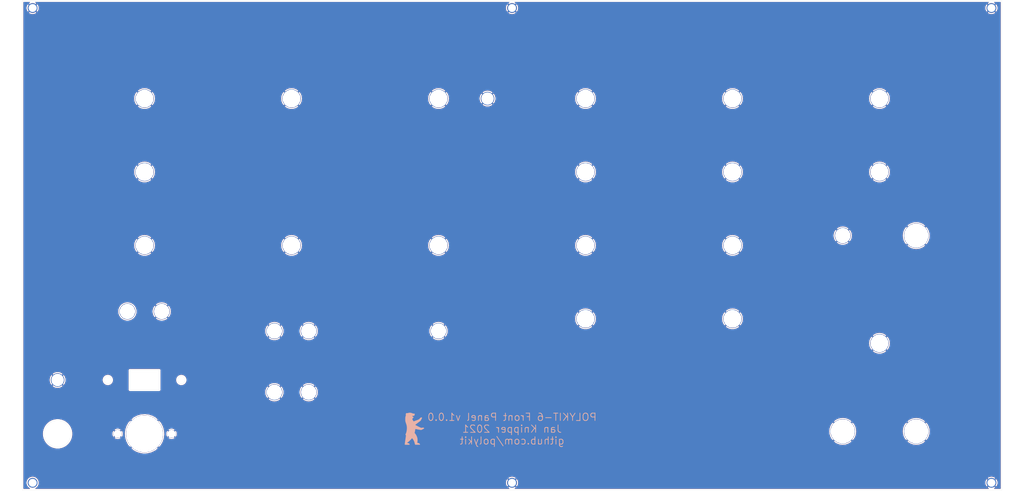
<source format=kicad_pcb>
(kicad_pcb (version 20171130) (host pcbnew 5.99.0+really5.1.10+dfsg1-1)
  (title_block (title "Polykit-6 Front Panel") (date 2021-11-20) (rev v1.0.0) (company "Jan Knipper") (comment 1 github.com/polykit))
  (layers (0 F.Cu signal) (31 B.Cu signal) (34 B.Paste user) (35 F.Paste user) (36 B.SilkS user) (37 F.SilkS user) (38 B.Mask user) (39 F.Mask user) (44 Edge.Cuts user))
  (net 0 "")
  (net 1 GND)
  (module Polykit:Switch-Hole-6mm (layer F.Cu) (at -92 152)
    (fp_text reference REF** (at 0 0.5) (layer F.SilkS))
    (fp_text value Switch-Hole-6mm)
    (pad 1 thru_hole circle (at 0 0) (size 6.5 6.5) (drill 6.2) (layers *.Cu *.Mask))
  )
  (module Polykit:Switch-Hole-6mm (layer F.Cu) (at -32 185)
    (fp_text reference REF** (at 0 0.5) (layer F.SilkS))
    (fp_text value Switch-Hole-6mm)
    (pad 1 thru_hole circle (at 0 0) (size 6.5 6.5) (drill 6.2) (layers *.Cu *.Mask) (net 1 GND))
  )
  (module Polykit:Switch-Hole-6mm (layer F.Cu) (at -32 160)
    (fp_text reference REF** (at 0 0.5) (layer F.SilkS))
    (fp_text value Switch-Hole-6mm)
    (pad 1 thru_hole circle (at 0 0) (size 6.5 6.5) (drill 6.2) (layers *.Cu *.Mask) (net 1 GND))
  )
  (module Polykit:Potentiometer-Scale (layer F.Cu) (at 155 125)
    (fp_text reference REF** (at 0 0.5) (layer F.SilkS))
    (fp_text value Potentiometer-Scale)
    (pad 1 thru_hole circle (at 0 0) (size 7.5 7.5) (drill 7.2) (layers *.Cu *.Mask) (net 1 GND))
  )
  (module Polykit:Potentiometer-Scale (layer F.Cu) (at 155 65)
    (fp_text reference REF** (at 0 0.5) (layer F.SilkS))
    (fp_text value Potentiometer-Scale)
    (pad 1 thru_hole circle (at 0 0) (size 7.5 7.5) (drill 7.2) (layers *.Cu *.Mask) (net 1 GND))
  )
  (module Polykit:Potentiometer-Scale (layer F.Cu) (at 155 95)
    (fp_text reference REF** (at 0 0.5) (layer F.SilkS))
    (fp_text value Potentiometer-Scale)
    (pad 1 thru_hole circle (at 0 0) (size 7.5 7.5) (drill 7.2) (layers *.Cu *.Mask) (net 1 GND))
  )
  (module Polykit:Potentiometer-Scale (layer F.Cu) (at 155 155)
    (fp_text reference REF** (at 0 0.5) (layer F.SilkS))
    (fp_text value Potentiometer-Scale)
    (pad 1 thru_hole circle (at 0 0) (size 7.5 7.5) (drill 7.2) (layers *.Cu *.Mask) (net 1 GND))
  )
  (module Polykit:bär (layer B.Cu) (at 25 200 180)
    (fp_text reference G*** hide)
    (fp_text value LOGO hide)
    (fp_poly (pts (xy 2.235287 6.585203) (xy 2.393556 6.522965) (xy 2.573386 6.452737) (xy 2.73015 6.465902) (xy 2.764541 6.477872) (xy 2.979765 6.501811) (xy 3.172081 6.424348) (xy 3.317726 6.271079) (xy 3.392936 6.067599) (xy 3.373949 5.839504) (xy 3.369519 5.826237) (xy 3.338292 5.692394) (xy 3.346405 5.545887) (xy 3.398833 5.3455) (xy 3.443839 5.21043) (xy 3.506867 5.007532) (xy 3.548753 4.809334) (xy 3.573445 4.581623) (xy 3.584893 4.290189) (xy 3.587161 3.96875) (xy 3.585244 3.624005) (xy 3.575528 3.365748) (xy 3.551203 3.153471) (xy 3.50546 2.946666) (xy 3.431491 2.704826) (xy 3.322486 2.387441) (xy 3.320323 2.38125) (xy 3.209585 2.04904) (xy 3.109139 1.720061) (xy 3.030575 1.433965) (xy 2.987537 1.242463) (xy 2.925115 0.650284) (xy 2.93058 0.008786) (xy 2.99935 -0.642512) (xy 3.126841 -1.264094) (xy 3.308471 -1.816443) (xy 3.354726 -1.923615) (xy 3.453232 -2.144802) (xy 3.503007 -2.282012) (xy 3.508111 -2.366772) (xy 3.472602 -2.430615) (xy 3.426259 -2.47924) (xy 3.333125 -2.598338) (xy 3.300246 -2.682875) (xy 3.309076 -2.764272) (xy 3.334878 -2.954284) (xy 3.375195 -3.236018) (xy 3.427572 -3.592584) (xy 3.489552 -4.007091) (xy 3.558679 -4.462648) (xy 3.566101 -4.511186) (xy 3.634532 -4.971651) (xy 3.693518 -5.394512) (xy 3.740961 -5.762535) (xy 3.774766 -6.058487) (xy 3.792834 -6.265133) (xy 3.793069 -6.365241) (xy 3.792097 -6.368561) (xy 3.763426 -6.410097) (xy 3.70179 -6.439582) (xy 3.588233 -6.459014) (xy 3.403799 -6.470395) (xy 3.129532 -6.475722) (xy 2.764242 -6.477) (xy 2.389382 -6.475909) (xy 2.123181 -6.47124) (xy 1.947309 -6.460894) (xy 1.843434 -6.442773) (xy 1.793225 -6.41478) (xy 1.77835 -6.374815) (xy 1.778 -6.364129) (xy 1.838945 -6.150528) (xy 2.016656 -5.968282) (xy 2.303445 -5.823439) (xy 2.560355 -5.748593) (xy 2.866461 -5.678781) (xy 2.52367 -5.442692) (xy 2.281219 -5.257396) (xy 1.988216 -5.006025) (xy 1.676877 -4.71883) (xy 1.379421 -4.426057) (xy 1.128066 -4.157955) (xy 1.021367 -4.03225) (xy 0.817031 -3.77825) (xy 0.564908 -4.064) (xy 0.312586 -4.40779) (xy 0.079042 -4.83221) (xy -0.113019 -5.290951) (xy -0.229 -5.68325) (xy -0.286899 -5.930034) (xy -0.340252 -6.147391) (xy -0.377022 -6.2865) (xy -0.4232 -6.44525) (xy -1.44985 -6.462697) (xy -1.886276 -6.466401) (xy -2.199895 -6.46042) (xy -2.394547 -6.444564) (xy -2.474069 -6.418644) (xy -2.4765 -6.411919) (xy -2.418048 -6.209832) (xy -2.261928 -6.01803) (xy -2.036999 -5.857778) (xy -1.772118 -5.750344) (xy -1.532668 -5.716394) (xy -1.389569 -5.70679) (xy -1.340822 -5.655001) (xy -1.353833 -5.522622) (xy -1.356345 -5.508625) (xy -1.428902 -4.937412) (xy -1.442943 -4.378901) (xy -1.398165 -3.875603) (xy -1.369115 -3.722939) (xy -1.238447 -3.280734) (xy -1.047054 -2.820645) (xy -0.81655 -2.387055) (xy -0.568549 -2.024346) (xy -0.504825 -1.948213) (xy -0.245181 -1.653242) (xy -0.343135 -1.159996) (xy -0.398006 -0.866687) (xy -0.448214 -0.569234) (xy -0.483011 -0.331373) (xy -0.483346 -0.328699) (xy -0.511471 -0.134645) (xy -0.545499 -0.039513) (xy -0.604648 -0.015927) (xy -0.691426 -0.032283) (xy -0.914886 -0.084342) (xy -1.205928 -0.146398) (xy -1.537658 -0.213371) (xy -1.883185 -0.280183) (xy -2.215616 -0.341757) (xy -2.508057 -0.393015) (xy -2.733617 -0.428877) (xy -2.865402 -0.444267) (xy -2.874464 -0.4445) (xy -2.995913 -0.412967) (xy -3.191111 -0.329885) (xy -3.428229 -0.212526) (xy -3.675439 -0.078165) (xy -3.900911 0.055927) (xy -4.072816 0.172476) (xy -4.158079 0.252105) (xy -4.136531 0.323479) (xy -4.039308 0.427304) (xy -4.016981 0.445608) (xy -3.92013 0.511754) (xy -3.817277 0.547798) (xy -3.680416 0.554435) (xy -3.481539 0.532356) (xy -3.192638 0.482252) (xy -3.116 0.467874) (xy -3.029071 0.460293) (xy -2.925577 0.473751) (xy -2.788745 0.514824) (xy -2.601799 0.590086) (xy -2.347967 0.706112) (xy -2.010475 0.869476) (xy -1.703125 1.021663) (xy -1.34788 1.200309) (xy -1.034647 1.361293) (xy -0.780097 1.495758) (xy -0.600902 1.59485) (xy -0.513735 1.649712) (xy -0.508 1.656475) (xy -0.556354 1.704779) (xy -0.691751 1.817838) (xy -0.899692 1.984127) (xy -1.16568 2.192122) (xy -1.475217 2.430299) (xy -1.623997 2.543604) (xy -2.739994 3.390836) (xy -3.020997 3.968472) (xy -3.139635 4.219536) (xy -3.233505 4.431872) (xy -3.290486 4.577264) (xy -3.302 4.622554) (xy -3.241975 4.674061) (xy -3.071164 4.697813) (xy -3.007278 4.699) (xy -2.805181 4.684723) (xy -2.666666 4.623963) (xy -2.532278 4.492625) (xy -2.365845 4.302893) (xy -2.195701 4.11006) (xy -2.176125 4.087974) (xy -2.082497 4.002368) (xy -1.944701 3.91449) (xy -1.74516 3.815964) (xy -1.466301 3.698416) (xy -1.090548 3.553472) (xy -0.924973 3.491788) (xy 0.150304 3.093879) (xy 0.300885 3.277315) (xy 0.484927 3.537665) (xy 0.617964 3.79796) (xy 0.683899 4.023242) (xy 0.686377 4.114499) (xy 0.614163 4.275434) (xy 0.428453 4.441467) (xy 0.396875 4.463121) (xy 0.205563 4.614616) (xy 0.135987 4.731744) (xy 0.187877 4.815406) (xy 0.281309 4.850962) (xy 0.488415 4.951637) (xy 0.611904 5.114227) (xy 0.635 5.233503) (xy 0.61672 5.33136) (xy 0.537265 5.366182) (xy 0.42123 5.364956) (xy 0.251408 5.342682) (xy 0.134197 5.306619) (xy 0.131255 5.30488) (xy 0.034681 5.315118) (xy -0.08906 5.441029) (xy -0.184199 5.588) (xy -0.229245 5.709235) (xy -0.273189 5.892968) (xy -0.28302 5.947574) (xy -0.326788 6.211897) (xy 0.106481 6.2556) (xy 0.480498 6.323862) (xy 0.831166 6.441172) (xy 0.889 6.467526) (xy 1.204052 6.576555) (xy 1.562075 6.633565) (xy 1.920132 6.636975) (xy 2.235287 6.585203)) (layer B.SilkS) (width 0.01))
  )
  (module Kosmo_panel:Kosmo_LED_Hole (layer F.Cu) (at -120.5 180)
    (fp_text reference REF** hide)
    (fp_text value Kosmo_LED_Hole)
    (pad 1 thru_hole circle (at 0 0) (size 5.5 5.5) (drill 5) (layers *.Cu *.Mask) (net 1 GND))
  )
  (module Kosmo_panel:Kosmo_LED_Hole (layer F.Cu) (at 55 65)
    (fp_text reference REF** hide)
    (fp_text value Kosmo_LED_Hole)
    (pad 1 thru_hole circle (at 0 0) (size 5.5 5.5) (drill 5) (layers *.Cu *.Mask) (net 1 GND))
  )
  (module Kosmo_panel:Kosmo_Panel_Dual_Mounting_Holes (layer F.Cu) (at 260.7 222)
    (fp_text reference REF** hide)
    (fp_text value Kosmo_Panel_Dual_Mounting_Holes)
    (pad 1 thru_hole circle (at 0 0) (size 4 4) (drill 3.2) (layers *.Cu *.Mask) (net 1 GND))
    (pad 1 thru_hole circle (at 0 -194) (size 4 4) (drill 3.2) (layers *.Cu *.Mask) (net 1 GND))
  )
  (module Kosmo_panel:Kosmo_Panel_Dual_Mounting_Holes (layer F.Cu) (at 65 222)
    (fp_text reference REF** hide)
    (fp_text value Kosmo_Panel_Dual_Mounting_Holes)
    (pad 1 thru_hole circle (at 0 0) (size 4 4) (drill 3.2) (layers *.Cu *.Mask) (net 1 GND))
    (pad 1 thru_hole circle (at 0 -194) (size 4 4) (drill 3.2) (layers *.Cu *.Mask) (net 1 GND))
  )
  (module Kosmo_panel:Kosmo_Panel_Dual_Mounting_Holes (layer F.Cu) (at -130.7 222)
    (fp_text reference REF** hide)
    (fp_text value Kosmo_Panel_Dual_Mounting_Holes)
    (pad 1 thru_hole circle (at 0 0) (size 4 4) (drill 3.2) (layers *.Cu *.Mask))
    (pad 1 thru_hole circle (at 0 -194) (size 4 4) (drill 3.2) (layers *.Cu *.Mask) (net 1 GND))
  )
  (module Polykit:Switch-Hole-6mm (layer F.Cu) (at -18 185)
    (fp_text reference REF** (at 0 0.5) (layer F.SilkS))
    (fp_text value Switch-Hole-6mm)
    (pad 1 thru_hole circle (at 0 0) (size 6.5 6.5) (drill 6.2) (layers *.Cu *.Mask) (net 1 GND))
  )
  (module Polykit:Switch-Hole-6mm (layer F.Cu) (at -18 160)
    (fp_text reference REF** (at 0 0.5) (layer F.SilkS))
    (fp_text value Switch-Hole-6mm)
    (pad 1 thru_hole circle (at 0 0) (size 6.5 6.5) (drill 6.2) (layers *.Cu *.Mask) (net 1 GND))
  )
  (module lib:output (layer F.Cu) (at 215 145)
    (fp_text reference G*** hide)
    (fp_text value LOGO hide)
  )
  (module lib:adsr-2 (layer F.Cu) (at 155 40)
    (fp_text reference G*** hide)
    (fp_text value LOGO hide)
  )
  (module lib:adsr-1 (layer F.Cu) (at 95 40)
    (fp_text reference G*** hide)
    (fp_text value LOGO hide)
  )
  (module lib:lfo (layer F.Cu) (at 35 40)
    (fp_text reference G*** hide)
    (fp_text value LOGO hide)
  )
  (module lib:input (layer F.Cu) (at -85 168)
    (fp_text reference G*** hide)
    (fp_text value LOGO hide)
  )
  (module lib:vcf (layer F.Cu) (at -25 40)
    (fp_text reference G*** hide)
    (fp_text value LOGO hide)
  )
  (module lib:dco (layer F.Cu) (at -85 40)
    (fp_text reference G*** hide)
    (fp_text value LOGO hide)
  )
  (module lib:chorus (layer F.Cu) (at 216 40)
    (fp_text reference G*** hide)
    (fp_text value LOGO hide)
  )
  (module lib:logo (layer F.Cu) (at 125 200)
    (fp_text reference G*** hide)
    (fp_text value LOGO hide)
  )
  (module Polykit:Jack-Hole-6.35mm (layer F.Cu) (at 200 201)
    (fp_text reference REF** (at 0 0.5) (layer F.SilkS))
    (fp_text value Jack-Hole-6.35mm)
    (pad 1 thru_hole circle (at 0 0) (size 10 10) (drill 9.8) (layers *.Cu *.Mask) (net 1 GND))
  )
  (module Polykit:Jack-Hole-6.35mm (layer F.Cu) (at 230 201)
    (fp_text reference REF** (at 0 0.5) (layer F.SilkS))
    (fp_text value Jack-Hole-6.35mm)
    (pad 1 thru_hole circle (at 0 0) (size 10 10) (drill 9.8) (layers *.Cu *.Mask) (net 1 GND))
  )
  (module Polykit:Jack-Hole-6.35mm (layer F.Cu) (at 230 121)
    (fp_text reference REF** (at 0 0.5) (layer F.SilkS))
    (fp_text value Jack-Hole-6.35mm)
    (pad 1 thru_hole circle (at 0 0) (size 10 10) (drill 9.8) (layers *.Cu *.Mask) (net 1 GND))
  )
  (module Polykit:Potentiometer-Scale (layer F.Cu) (at 215 165)
    (fp_text reference REF** (at 0 0.5) (layer F.SilkS))
    (fp_text value Potentiometer-Scale)
    (pad 1 thru_hole circle (at 0 0) (size 7.5 7.5) (drill 7.2) (layers *.Cu *.Mask) (net 1 GND))
  )
  (module Polykit:Switch-Hole-6mm (layer F.Cu) (at 200 121)
    (fp_text reference REF** (at 0 0.5) (layer F.SilkS))
    (fp_text value Switch-Hole-6mm)
    (pad 1 thru_hole circle (at 0 0) (size 6.5 6.5) (drill 6.2) (layers *.Cu *.Mask) (net 1 GND))
  )
  (module Polykit:Switch-Hole-6mm (layer F.Cu) (at 35 160)
    (fp_text reference REF** (at 0 0.5) (layer F.SilkS))
    (fp_text value Switch-Hole-6mm)
    (pad 1 thru_hole circle (at 0 0) (size 6.5 6.5) (drill 6.2) (layers *.Cu *.Mask) (net 1 GND))
  )
  (module Polykit:Switch-Hole-6mm (layer F.Cu) (at -78 152)
    (fp_text reference REF** (at 0 0.5) (layer F.SilkS))
    (fp_text value Switch-Hole-6mm)
    (pad 1 thru_hole circle (at 0 0) (size 6.5 6.5) (drill 6.2) (layers *.Cu *.Mask) (net 1 GND))
  )
  (module Polykit:Potentiometer-Scale (layer F.Cu) (at 35 65)
    (fp_text reference REF** (at 0 0.5) (layer F.SilkS))
    (fp_text value Potentiometer-Scale)
    (pad 1 thru_hole circle (at 0 0) (size 7.5 7.5) (drill 7.2) (layers *.Cu *.Mask) (net 1 GND))
  )
  (module Polykit:Potentiometer-Scale (layer F.Cu) (at 35 125)
    (fp_text reference REF** (at 0 0.5) (layer F.SilkS))
    (fp_text value Potentiometer-Scale)
    (pad 1 thru_hole circle (at 0 0) (size 7.5 7.5) (drill 7.2) (layers *.Cu *.Mask) (net 1 GND))
  )
  (module Polykit:Potentiometer-Scale (layer F.Cu) (at -25 65)
    (fp_text reference REF** (at 0 0.5) (layer F.SilkS))
    (fp_text value Potentiometer-Scale)
    (pad 1 thru_hole circle (at 0 0) (size 7.5 7.5) (drill 7.2) (layers *.Cu *.Mask) (net 1 GND))
  )
  (module Polykit:Potentiometer-Scale (layer F.Cu) (at -25 125)
    (fp_text reference REF** (at 0 0.5) (layer F.SilkS))
    (fp_text value Potentiometer-Scale)
    (pad 1 thru_hole circle (at 0 0) (size 7.5 7.5) (drill 7.2) (layers *.Cu *.Mask) (net 1 GND))
  )
  (module Polykit:Potentiometer-Scale (layer F.Cu) (at 215 65)
    (fp_text reference REF** (at 0 0.5) (layer F.SilkS))
    (fp_text value Potentiometer-Scale)
    (pad 1 thru_hole circle (at 0 0) (size 7.5 7.5) (drill 7.2) (layers *.Cu *.Mask) (net 1 GND))
  )
  (module Polykit:Potentiometer-Scale (layer F.Cu) (at 215 95)
    (fp_text reference REF** (at 0 0.5) (layer F.SilkS))
    (fp_text value Potentiometer-Scale)
    (pad 1 thru_hole circle (at 0 0) (size 7.5 7.5) (drill 7.2) (layers *.Cu *.Mask) (net 1 GND))
  )
  (module Polykit:Potentiometer-Scale (layer F.Cu) (at 95 155)
    (fp_text reference REF** (at 0 0.5) (layer F.SilkS))
    (fp_text value Potentiometer-Scale)
    (pad 1 thru_hole circle (at 0 0) (size 7.5 7.5) (drill 7.2) (layers *.Cu *.Mask) (net 1 GND))
  )
  (module Polykit:Potentiometer-Scale (layer F.Cu) (at 95 125)
    (fp_text reference REF** (at 0 0.5) (layer F.SilkS))
    (fp_text value Potentiometer-Scale)
    (pad 1 thru_hole circle (at 0 0) (size 7.5 7.5) (drill 7.2) (layers *.Cu *.Mask) (net 1 GND))
  )
  (module Polykit:Potentiometer-Scale (layer F.Cu) (at 95 65)
    (fp_text reference REF** (at 0 0.5) (layer F.SilkS))
    (fp_text value Potentiometer-Scale)
    (pad 1 thru_hole circle (at 0 0) (size 7.5 7.5) (drill 7.2) (layers *.Cu *.Mask) (net 1 GND))
  )
  (module Polykit:Potentiometer-Scale (layer F.Cu) (at 95 95)
    (fp_text reference REF** (at 0 0.5) (layer F.SilkS))
    (fp_text value Potentiometer-Scale)
    (pad 1 thru_hole circle (at 0 0) (size 7.5 7.5) (drill 7.2) (layers *.Cu *.Mask) (net 1 GND))
  )
  (module Polykit:Potentiometer-Scale (layer F.Cu) (at -85 125)
    (fp_text reference REF** (at 0 0.5) (layer F.SilkS))
    (fp_text value Potentiometer-Scale)
    (pad 1 thru_hole circle (at 0 0) (size 7.5 7.5) (drill 7.2) (layers *.Cu *.Mask) (net 1 GND))
  )
  (module Polykit:Potentiometer-Scale (layer F.Cu) (at -85 95)
    (fp_text reference REF** (at 0 0.5) (layer F.SilkS))
    (fp_text value Potentiometer-Scale)
    (pad 1 thru_hole circle (at 0 0) (size 7.5 7.5) (drill 7.2) (layers *.Cu *.Mask) (net 1 GND))
  )
  (module Polykit:Potentiometer-Scale (layer F.Cu) (at -85 65)
    (fp_text reference REF** (at 0 0.5) (layer F.SilkS))
    (fp_text value Potentiometer-Scale)
    (pad 1 thru_hole circle (at 0 0) (size 7.5 7.5) (drill 7.2) (layers *.Cu *.Mask) (net 1 GND))
  )
  (module Polykit:MIDI-DIN-mounting-holes (layer F.Cu) (at -85 202)
    (fp_text reference REF** (at 0 0.5) (layer F.SilkS))
    (fp_text value MIDI-DIN-mounting-holes)
    (pad 3 thru_hole circle (at -11 0) (size 3.3 3.3) (drill 3.2) (layers *.Cu *.Mask) (net 1 GND))
    (pad 2 thru_hole circle (at 11 0) (size 3.3 3.3) (drill 3.2) (layers *.Cu *.Mask) (net 1 GND))
    (pad 1 thru_hole circle (at 0 0) (size 15.1 15.1) (drill 15) (layers *.Cu *.Mask) (net 1 GND))
  )
  (gr_circle (center -70 180) (end -68.4 180) (layer Edge.Cuts) (width 0.05))
  (gr_circle (center -100 180) (end -98.4 180) (layer Edge.Cuts) (width 0.05))
  (gr_text "POLYKIT-6 Front Panel v1.0.0\nJan Knipper 2021\ngithub.com/polykit" (at 65 200) (layer B.SilkS) (effects (font (size 3 3) (thickness 0.3)) (justify mirror)))
  (gr_circle (center -120.5 202) (end -115 202) (layer Edge.Cuts) (width 0.05))
  (gr_line (start -91 176) (end -79 176) (layer Edge.Cuts) (width 0.05))
  (gr_line (start -91 184) (end -91 176) (layer Edge.Cuts) (width 0.05))
  (gr_line (start -79 184) (end -91 184) (layer Edge.Cuts) (width 0.05))
  (gr_line (start -79 176) (end -79 184) (layer Edge.Cuts) (width 0.05))
  (gr_line (start 265 225) (end 265 25) (layer Edge.Cuts) (width 0.05))
  (gr_line (start -135 225) (end 265 225) (layer Edge.Cuts) (width 0.05))
  (gr_line (start -135 25) (end -135 225) (layer Edge.Cuts) (width 0.05))
  (gr_line (start 265 25) (end -135 25) (layer Edge.Cuts) (width 0.05))
  (zone (net 1) (net_name GND) (layer F.Cu) (connect_pads (clearance 0.508)) (min_thickness 0.254) (fill yes (arc_segments 32) (thermal_gap 0.508) (thermal_bridge_width 0.508))
    (polygon (pts (xy 265 225) (xy -135 225) (xy -135 25) (xy 265 25)))
  )
  (zone (net 1) (net_name GND) (layer B.Cu) (connect_pads (clearance 0.508)) (min_thickness 0.254) (fill yes (arc_segments 32) (thermal_gap 0.508) (thermal_bridge_width 0.508))
    (polygon (pts (xy 265 225) (xy -135 225) (xy -135 25) (xy 265 25)))
  )
)
</source>
